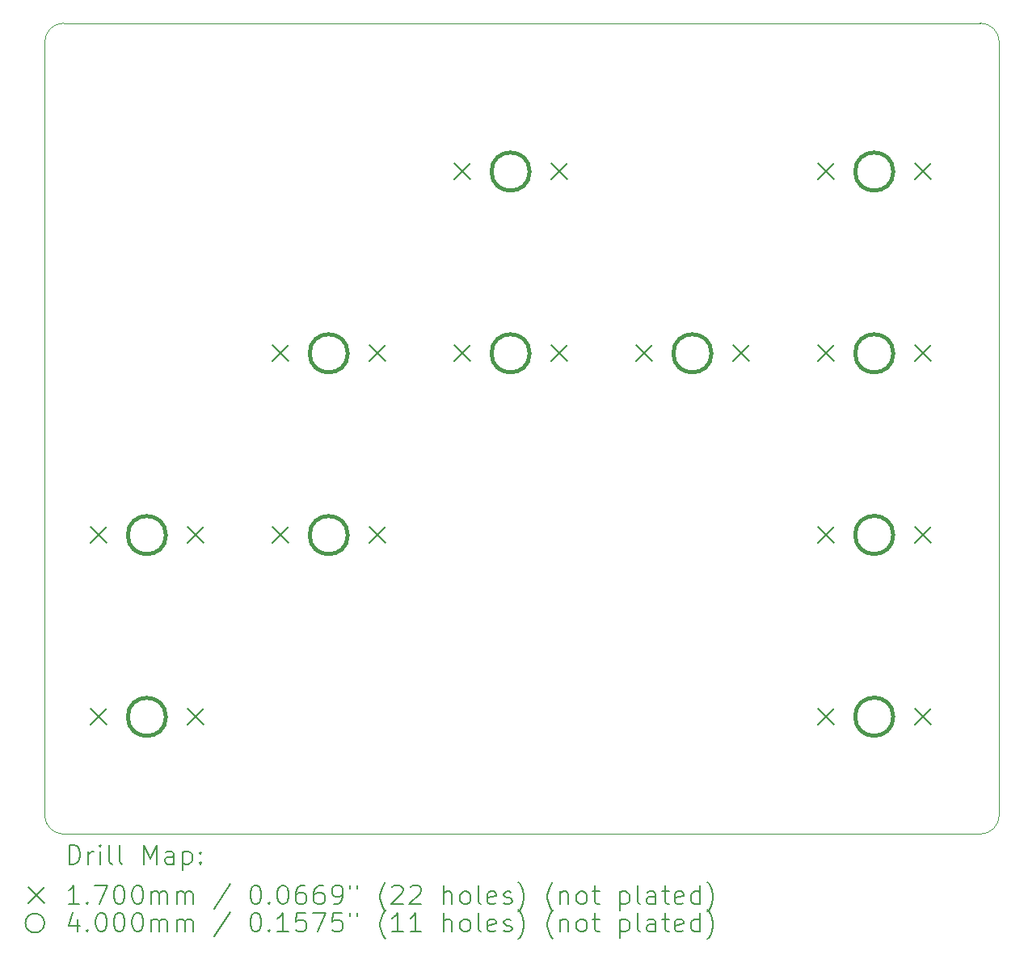
<source format=gbr>
%TF.GenerationSoftware,KiCad,Pcbnew,8.99.0-3401-ge9e4e7a3ff*%
%TF.CreationDate,2025-02-25T13:13:04+01:00*%
%TF.ProjectId,hackpad,6861636b-7061-4642-9e6b-696361645f70,rev?*%
%TF.SameCoordinates,Original*%
%TF.FileFunction,Drillmap*%
%TF.FilePolarity,Positive*%
%FSLAX45Y45*%
G04 Gerber Fmt 4.5, Leading zero omitted, Abs format (unit mm)*
G04 Created by KiCad (PCBNEW 8.99.0-3401-ge9e4e7a3ff) date 2025-02-25 13:13:04*
%MOMM*%
%LPD*%
G01*
G04 APERTURE LIST*
%ADD10C,0.050000*%
%ADD11C,0.200000*%
%ADD12C,0.170000*%
%ADD13C,0.400000*%
G04 APERTURE END LIST*
D10*
X13200000Y-11300000D02*
G75*
G02*
X13000000Y-11500000I-200000J0D01*
G01*
X13200000Y-11300000D02*
X13200000Y-3200000D01*
X13000000Y-3000000D02*
G75*
G02*
X13200000Y-3200000I0J-200000D01*
G01*
X3400000Y-3000000D02*
X13000000Y-3000000D01*
X3400000Y-11500000D02*
X13000000Y-11500000D01*
X3200000Y-3200000D02*
G75*
G02*
X3400000Y-3000000I200000J0D01*
G01*
X3400000Y-11500000D02*
G75*
G02*
X3200000Y-11300000I0J200000D01*
G01*
X3200000Y-3200000D02*
X3200000Y-11300000D01*
D11*
D12*
X3677375Y-8281125D02*
X3847375Y-8451125D01*
X3847375Y-8281125D02*
X3677375Y-8451125D01*
X3677375Y-10186125D02*
X3847375Y-10356125D01*
X3847375Y-10186125D02*
X3677375Y-10356125D01*
X4693375Y-8281125D02*
X4863375Y-8451125D01*
X4863375Y-8281125D02*
X4693375Y-8451125D01*
X4693375Y-10186125D02*
X4863375Y-10356125D01*
X4863375Y-10186125D02*
X4693375Y-10356125D01*
X5582375Y-6376125D02*
X5752375Y-6546125D01*
X5752375Y-6376125D02*
X5582375Y-6546125D01*
X5582375Y-8281125D02*
X5752375Y-8451125D01*
X5752375Y-8281125D02*
X5582375Y-8451125D01*
X6598375Y-6376125D02*
X6768375Y-6546125D01*
X6768375Y-6376125D02*
X6598375Y-6546125D01*
X6598375Y-8281125D02*
X6768375Y-8451125D01*
X6768375Y-8281125D02*
X6598375Y-8451125D01*
X7487375Y-4471125D02*
X7657375Y-4641125D01*
X7657375Y-4471125D02*
X7487375Y-4641125D01*
X7487375Y-6376125D02*
X7657375Y-6546125D01*
X7657375Y-6376125D02*
X7487375Y-6546125D01*
X8503375Y-4471125D02*
X8673375Y-4641125D01*
X8673375Y-4471125D02*
X8503375Y-4641125D01*
X8503375Y-6376125D02*
X8673375Y-6546125D01*
X8673375Y-6376125D02*
X8503375Y-6546125D01*
X9392375Y-6376125D02*
X9562375Y-6546125D01*
X9562375Y-6376125D02*
X9392375Y-6546125D01*
X10408375Y-6376125D02*
X10578375Y-6546125D01*
X10578375Y-6376125D02*
X10408375Y-6546125D01*
X11297000Y-8279250D02*
X11467000Y-8449250D01*
X11467000Y-8279250D02*
X11297000Y-8449250D01*
X11297000Y-10184250D02*
X11467000Y-10354250D01*
X11467000Y-10184250D02*
X11297000Y-10354250D01*
X11297375Y-4471125D02*
X11467375Y-4641125D01*
X11467375Y-4471125D02*
X11297375Y-4641125D01*
X11297375Y-6376125D02*
X11467375Y-6546125D01*
X11467375Y-6376125D02*
X11297375Y-6546125D01*
X12313000Y-8279250D02*
X12483000Y-8449250D01*
X12483000Y-8279250D02*
X12313000Y-8449250D01*
X12313000Y-10184250D02*
X12483000Y-10354250D01*
X12483000Y-10184250D02*
X12313000Y-10354250D01*
X12313375Y-4471125D02*
X12483375Y-4641125D01*
X12483375Y-4471125D02*
X12313375Y-4641125D01*
X12313375Y-6376125D02*
X12483375Y-6546125D01*
X12483375Y-6376125D02*
X12313375Y-6546125D01*
D13*
X4470375Y-8366125D02*
G75*
G02*
X4070375Y-8366125I-200000J0D01*
G01*
X4070375Y-8366125D02*
G75*
G02*
X4470375Y-8366125I200000J0D01*
G01*
X4470375Y-10271125D02*
G75*
G02*
X4070375Y-10271125I-200000J0D01*
G01*
X4070375Y-10271125D02*
G75*
G02*
X4470375Y-10271125I200000J0D01*
G01*
X6375375Y-6461125D02*
G75*
G02*
X5975375Y-6461125I-200000J0D01*
G01*
X5975375Y-6461125D02*
G75*
G02*
X6375375Y-6461125I200000J0D01*
G01*
X6375375Y-8366125D02*
G75*
G02*
X5975375Y-8366125I-200000J0D01*
G01*
X5975375Y-8366125D02*
G75*
G02*
X6375375Y-8366125I200000J0D01*
G01*
X8280375Y-4556125D02*
G75*
G02*
X7880375Y-4556125I-200000J0D01*
G01*
X7880375Y-4556125D02*
G75*
G02*
X8280375Y-4556125I200000J0D01*
G01*
X8280375Y-6461125D02*
G75*
G02*
X7880375Y-6461125I-200000J0D01*
G01*
X7880375Y-6461125D02*
G75*
G02*
X8280375Y-6461125I200000J0D01*
G01*
X10185375Y-6461125D02*
G75*
G02*
X9785375Y-6461125I-200000J0D01*
G01*
X9785375Y-6461125D02*
G75*
G02*
X10185375Y-6461125I200000J0D01*
G01*
X12090000Y-8364250D02*
G75*
G02*
X11690000Y-8364250I-200000J0D01*
G01*
X11690000Y-8364250D02*
G75*
G02*
X12090000Y-8364250I200000J0D01*
G01*
X12090000Y-10269250D02*
G75*
G02*
X11690000Y-10269250I-200000J0D01*
G01*
X11690000Y-10269250D02*
G75*
G02*
X12090000Y-10269250I200000J0D01*
G01*
X12090375Y-4556125D02*
G75*
G02*
X11690375Y-4556125I-200000J0D01*
G01*
X11690375Y-4556125D02*
G75*
G02*
X12090375Y-4556125I200000J0D01*
G01*
X12090375Y-6461125D02*
G75*
G02*
X11690375Y-6461125I-200000J0D01*
G01*
X11690375Y-6461125D02*
G75*
G02*
X12090375Y-6461125I200000J0D01*
G01*
D11*
X3458277Y-11813984D02*
X3458277Y-11613984D01*
X3458277Y-11613984D02*
X3505896Y-11613984D01*
X3505896Y-11613984D02*
X3534467Y-11623508D01*
X3534467Y-11623508D02*
X3553515Y-11642555D01*
X3553515Y-11642555D02*
X3563039Y-11661603D01*
X3563039Y-11661603D02*
X3572562Y-11699698D01*
X3572562Y-11699698D02*
X3572562Y-11728269D01*
X3572562Y-11728269D02*
X3563039Y-11766365D01*
X3563039Y-11766365D02*
X3553515Y-11785412D01*
X3553515Y-11785412D02*
X3534467Y-11804460D01*
X3534467Y-11804460D02*
X3505896Y-11813984D01*
X3505896Y-11813984D02*
X3458277Y-11813984D01*
X3658277Y-11813984D02*
X3658277Y-11680650D01*
X3658277Y-11718746D02*
X3667801Y-11699698D01*
X3667801Y-11699698D02*
X3677324Y-11690174D01*
X3677324Y-11690174D02*
X3696372Y-11680650D01*
X3696372Y-11680650D02*
X3715420Y-11680650D01*
X3782086Y-11813984D02*
X3782086Y-11680650D01*
X3782086Y-11613984D02*
X3772562Y-11623508D01*
X3772562Y-11623508D02*
X3782086Y-11633031D01*
X3782086Y-11633031D02*
X3791610Y-11623508D01*
X3791610Y-11623508D02*
X3782086Y-11613984D01*
X3782086Y-11613984D02*
X3782086Y-11633031D01*
X3905896Y-11813984D02*
X3886848Y-11804460D01*
X3886848Y-11804460D02*
X3877324Y-11785412D01*
X3877324Y-11785412D02*
X3877324Y-11613984D01*
X4010658Y-11813984D02*
X3991610Y-11804460D01*
X3991610Y-11804460D02*
X3982086Y-11785412D01*
X3982086Y-11785412D02*
X3982086Y-11613984D01*
X4239229Y-11813984D02*
X4239229Y-11613984D01*
X4239229Y-11613984D02*
X4305896Y-11756841D01*
X4305896Y-11756841D02*
X4372563Y-11613984D01*
X4372563Y-11613984D02*
X4372563Y-11813984D01*
X4553515Y-11813984D02*
X4553515Y-11709222D01*
X4553515Y-11709222D02*
X4543991Y-11690174D01*
X4543991Y-11690174D02*
X4524944Y-11680650D01*
X4524944Y-11680650D02*
X4486848Y-11680650D01*
X4486848Y-11680650D02*
X4467801Y-11690174D01*
X4553515Y-11804460D02*
X4534467Y-11813984D01*
X4534467Y-11813984D02*
X4486848Y-11813984D01*
X4486848Y-11813984D02*
X4467801Y-11804460D01*
X4467801Y-11804460D02*
X4458277Y-11785412D01*
X4458277Y-11785412D02*
X4458277Y-11766365D01*
X4458277Y-11766365D02*
X4467801Y-11747317D01*
X4467801Y-11747317D02*
X4486848Y-11737793D01*
X4486848Y-11737793D02*
X4534467Y-11737793D01*
X4534467Y-11737793D02*
X4553515Y-11728269D01*
X4648753Y-11680650D02*
X4648753Y-11880650D01*
X4648753Y-11690174D02*
X4667801Y-11680650D01*
X4667801Y-11680650D02*
X4705896Y-11680650D01*
X4705896Y-11680650D02*
X4724944Y-11690174D01*
X4724944Y-11690174D02*
X4734467Y-11699698D01*
X4734467Y-11699698D02*
X4743991Y-11718746D01*
X4743991Y-11718746D02*
X4743991Y-11775888D01*
X4743991Y-11775888D02*
X4734467Y-11794936D01*
X4734467Y-11794936D02*
X4724944Y-11804460D01*
X4724944Y-11804460D02*
X4705896Y-11813984D01*
X4705896Y-11813984D02*
X4667801Y-11813984D01*
X4667801Y-11813984D02*
X4648753Y-11804460D01*
X4829705Y-11794936D02*
X4839229Y-11804460D01*
X4839229Y-11804460D02*
X4829705Y-11813984D01*
X4829705Y-11813984D02*
X4820182Y-11804460D01*
X4820182Y-11804460D02*
X4829705Y-11794936D01*
X4829705Y-11794936D02*
X4829705Y-11813984D01*
X4829705Y-11690174D02*
X4839229Y-11699698D01*
X4839229Y-11699698D02*
X4829705Y-11709222D01*
X4829705Y-11709222D02*
X4820182Y-11699698D01*
X4820182Y-11699698D02*
X4829705Y-11690174D01*
X4829705Y-11690174D02*
X4829705Y-11709222D01*
D12*
X3027500Y-12057500D02*
X3197500Y-12227500D01*
X3197500Y-12057500D02*
X3027500Y-12227500D01*
D11*
X3563039Y-12233984D02*
X3448753Y-12233984D01*
X3505896Y-12233984D02*
X3505896Y-12033984D01*
X3505896Y-12033984D02*
X3486848Y-12062555D01*
X3486848Y-12062555D02*
X3467801Y-12081603D01*
X3467801Y-12081603D02*
X3448753Y-12091127D01*
X3648753Y-12214936D02*
X3658277Y-12224460D01*
X3658277Y-12224460D02*
X3648753Y-12233984D01*
X3648753Y-12233984D02*
X3639229Y-12224460D01*
X3639229Y-12224460D02*
X3648753Y-12214936D01*
X3648753Y-12214936D02*
X3648753Y-12233984D01*
X3724943Y-12033984D02*
X3858277Y-12033984D01*
X3858277Y-12033984D02*
X3772562Y-12233984D01*
X3972562Y-12033984D02*
X3991610Y-12033984D01*
X3991610Y-12033984D02*
X4010658Y-12043508D01*
X4010658Y-12043508D02*
X4020182Y-12053031D01*
X4020182Y-12053031D02*
X4029705Y-12072079D01*
X4029705Y-12072079D02*
X4039229Y-12110174D01*
X4039229Y-12110174D02*
X4039229Y-12157793D01*
X4039229Y-12157793D02*
X4029705Y-12195888D01*
X4029705Y-12195888D02*
X4020182Y-12214936D01*
X4020182Y-12214936D02*
X4010658Y-12224460D01*
X4010658Y-12224460D02*
X3991610Y-12233984D01*
X3991610Y-12233984D02*
X3972562Y-12233984D01*
X3972562Y-12233984D02*
X3953515Y-12224460D01*
X3953515Y-12224460D02*
X3943991Y-12214936D01*
X3943991Y-12214936D02*
X3934467Y-12195888D01*
X3934467Y-12195888D02*
X3924943Y-12157793D01*
X3924943Y-12157793D02*
X3924943Y-12110174D01*
X3924943Y-12110174D02*
X3934467Y-12072079D01*
X3934467Y-12072079D02*
X3943991Y-12053031D01*
X3943991Y-12053031D02*
X3953515Y-12043508D01*
X3953515Y-12043508D02*
X3972562Y-12033984D01*
X4163039Y-12033984D02*
X4182086Y-12033984D01*
X4182086Y-12033984D02*
X4201134Y-12043508D01*
X4201134Y-12043508D02*
X4210658Y-12053031D01*
X4210658Y-12053031D02*
X4220182Y-12072079D01*
X4220182Y-12072079D02*
X4229705Y-12110174D01*
X4229705Y-12110174D02*
X4229705Y-12157793D01*
X4229705Y-12157793D02*
X4220182Y-12195888D01*
X4220182Y-12195888D02*
X4210658Y-12214936D01*
X4210658Y-12214936D02*
X4201134Y-12224460D01*
X4201134Y-12224460D02*
X4182086Y-12233984D01*
X4182086Y-12233984D02*
X4163039Y-12233984D01*
X4163039Y-12233984D02*
X4143991Y-12224460D01*
X4143991Y-12224460D02*
X4134467Y-12214936D01*
X4134467Y-12214936D02*
X4124943Y-12195888D01*
X4124943Y-12195888D02*
X4115420Y-12157793D01*
X4115420Y-12157793D02*
X4115420Y-12110174D01*
X4115420Y-12110174D02*
X4124943Y-12072079D01*
X4124943Y-12072079D02*
X4134467Y-12053031D01*
X4134467Y-12053031D02*
X4143991Y-12043508D01*
X4143991Y-12043508D02*
X4163039Y-12033984D01*
X4315420Y-12233984D02*
X4315420Y-12100650D01*
X4315420Y-12119698D02*
X4324944Y-12110174D01*
X4324944Y-12110174D02*
X4343991Y-12100650D01*
X4343991Y-12100650D02*
X4372563Y-12100650D01*
X4372563Y-12100650D02*
X4391610Y-12110174D01*
X4391610Y-12110174D02*
X4401134Y-12129222D01*
X4401134Y-12129222D02*
X4401134Y-12233984D01*
X4401134Y-12129222D02*
X4410658Y-12110174D01*
X4410658Y-12110174D02*
X4429705Y-12100650D01*
X4429705Y-12100650D02*
X4458277Y-12100650D01*
X4458277Y-12100650D02*
X4477325Y-12110174D01*
X4477325Y-12110174D02*
X4486848Y-12129222D01*
X4486848Y-12129222D02*
X4486848Y-12233984D01*
X4582086Y-12233984D02*
X4582086Y-12100650D01*
X4582086Y-12119698D02*
X4591610Y-12110174D01*
X4591610Y-12110174D02*
X4610658Y-12100650D01*
X4610658Y-12100650D02*
X4639229Y-12100650D01*
X4639229Y-12100650D02*
X4658277Y-12110174D01*
X4658277Y-12110174D02*
X4667801Y-12129222D01*
X4667801Y-12129222D02*
X4667801Y-12233984D01*
X4667801Y-12129222D02*
X4677325Y-12110174D01*
X4677325Y-12110174D02*
X4696372Y-12100650D01*
X4696372Y-12100650D02*
X4724944Y-12100650D01*
X4724944Y-12100650D02*
X4743991Y-12110174D01*
X4743991Y-12110174D02*
X4753515Y-12129222D01*
X4753515Y-12129222D02*
X4753515Y-12233984D01*
X5143991Y-12024460D02*
X4972563Y-12281603D01*
X5401134Y-12033984D02*
X5420182Y-12033984D01*
X5420182Y-12033984D02*
X5439229Y-12043508D01*
X5439229Y-12043508D02*
X5448753Y-12053031D01*
X5448753Y-12053031D02*
X5458277Y-12072079D01*
X5458277Y-12072079D02*
X5467801Y-12110174D01*
X5467801Y-12110174D02*
X5467801Y-12157793D01*
X5467801Y-12157793D02*
X5458277Y-12195888D01*
X5458277Y-12195888D02*
X5448753Y-12214936D01*
X5448753Y-12214936D02*
X5439229Y-12224460D01*
X5439229Y-12224460D02*
X5420182Y-12233984D01*
X5420182Y-12233984D02*
X5401134Y-12233984D01*
X5401134Y-12233984D02*
X5382087Y-12224460D01*
X5382087Y-12224460D02*
X5372563Y-12214936D01*
X5372563Y-12214936D02*
X5363039Y-12195888D01*
X5363039Y-12195888D02*
X5353515Y-12157793D01*
X5353515Y-12157793D02*
X5353515Y-12110174D01*
X5353515Y-12110174D02*
X5363039Y-12072079D01*
X5363039Y-12072079D02*
X5372563Y-12053031D01*
X5372563Y-12053031D02*
X5382087Y-12043508D01*
X5382087Y-12043508D02*
X5401134Y-12033984D01*
X5553515Y-12214936D02*
X5563039Y-12224460D01*
X5563039Y-12224460D02*
X5553515Y-12233984D01*
X5553515Y-12233984D02*
X5543991Y-12224460D01*
X5543991Y-12224460D02*
X5553515Y-12214936D01*
X5553515Y-12214936D02*
X5553515Y-12233984D01*
X5686848Y-12033984D02*
X5705896Y-12033984D01*
X5705896Y-12033984D02*
X5724944Y-12043508D01*
X5724944Y-12043508D02*
X5734467Y-12053031D01*
X5734467Y-12053031D02*
X5743991Y-12072079D01*
X5743991Y-12072079D02*
X5753515Y-12110174D01*
X5753515Y-12110174D02*
X5753515Y-12157793D01*
X5753515Y-12157793D02*
X5743991Y-12195888D01*
X5743991Y-12195888D02*
X5734467Y-12214936D01*
X5734467Y-12214936D02*
X5724944Y-12224460D01*
X5724944Y-12224460D02*
X5705896Y-12233984D01*
X5705896Y-12233984D02*
X5686848Y-12233984D01*
X5686848Y-12233984D02*
X5667801Y-12224460D01*
X5667801Y-12224460D02*
X5658277Y-12214936D01*
X5658277Y-12214936D02*
X5648753Y-12195888D01*
X5648753Y-12195888D02*
X5639229Y-12157793D01*
X5639229Y-12157793D02*
X5639229Y-12110174D01*
X5639229Y-12110174D02*
X5648753Y-12072079D01*
X5648753Y-12072079D02*
X5658277Y-12053031D01*
X5658277Y-12053031D02*
X5667801Y-12043508D01*
X5667801Y-12043508D02*
X5686848Y-12033984D01*
X5924944Y-12033984D02*
X5886848Y-12033984D01*
X5886848Y-12033984D02*
X5867801Y-12043508D01*
X5867801Y-12043508D02*
X5858277Y-12053031D01*
X5858277Y-12053031D02*
X5839229Y-12081603D01*
X5839229Y-12081603D02*
X5829706Y-12119698D01*
X5829706Y-12119698D02*
X5829706Y-12195888D01*
X5829706Y-12195888D02*
X5839229Y-12214936D01*
X5839229Y-12214936D02*
X5848753Y-12224460D01*
X5848753Y-12224460D02*
X5867801Y-12233984D01*
X5867801Y-12233984D02*
X5905896Y-12233984D01*
X5905896Y-12233984D02*
X5924944Y-12224460D01*
X5924944Y-12224460D02*
X5934467Y-12214936D01*
X5934467Y-12214936D02*
X5943991Y-12195888D01*
X5943991Y-12195888D02*
X5943991Y-12148269D01*
X5943991Y-12148269D02*
X5934467Y-12129222D01*
X5934467Y-12129222D02*
X5924944Y-12119698D01*
X5924944Y-12119698D02*
X5905896Y-12110174D01*
X5905896Y-12110174D02*
X5867801Y-12110174D01*
X5867801Y-12110174D02*
X5848753Y-12119698D01*
X5848753Y-12119698D02*
X5839229Y-12129222D01*
X5839229Y-12129222D02*
X5829706Y-12148269D01*
X6115420Y-12033984D02*
X6077325Y-12033984D01*
X6077325Y-12033984D02*
X6058277Y-12043508D01*
X6058277Y-12043508D02*
X6048753Y-12053031D01*
X6048753Y-12053031D02*
X6029706Y-12081603D01*
X6029706Y-12081603D02*
X6020182Y-12119698D01*
X6020182Y-12119698D02*
X6020182Y-12195888D01*
X6020182Y-12195888D02*
X6029706Y-12214936D01*
X6029706Y-12214936D02*
X6039229Y-12224460D01*
X6039229Y-12224460D02*
X6058277Y-12233984D01*
X6058277Y-12233984D02*
X6096372Y-12233984D01*
X6096372Y-12233984D02*
X6115420Y-12224460D01*
X6115420Y-12224460D02*
X6124944Y-12214936D01*
X6124944Y-12214936D02*
X6134467Y-12195888D01*
X6134467Y-12195888D02*
X6134467Y-12148269D01*
X6134467Y-12148269D02*
X6124944Y-12129222D01*
X6124944Y-12129222D02*
X6115420Y-12119698D01*
X6115420Y-12119698D02*
X6096372Y-12110174D01*
X6096372Y-12110174D02*
X6058277Y-12110174D01*
X6058277Y-12110174D02*
X6039229Y-12119698D01*
X6039229Y-12119698D02*
X6029706Y-12129222D01*
X6029706Y-12129222D02*
X6020182Y-12148269D01*
X6229706Y-12233984D02*
X6267801Y-12233984D01*
X6267801Y-12233984D02*
X6286848Y-12224460D01*
X6286848Y-12224460D02*
X6296372Y-12214936D01*
X6296372Y-12214936D02*
X6315420Y-12186365D01*
X6315420Y-12186365D02*
X6324944Y-12148269D01*
X6324944Y-12148269D02*
X6324944Y-12072079D01*
X6324944Y-12072079D02*
X6315420Y-12053031D01*
X6315420Y-12053031D02*
X6305896Y-12043508D01*
X6305896Y-12043508D02*
X6286848Y-12033984D01*
X6286848Y-12033984D02*
X6248753Y-12033984D01*
X6248753Y-12033984D02*
X6229706Y-12043508D01*
X6229706Y-12043508D02*
X6220182Y-12053031D01*
X6220182Y-12053031D02*
X6210658Y-12072079D01*
X6210658Y-12072079D02*
X6210658Y-12119698D01*
X6210658Y-12119698D02*
X6220182Y-12138746D01*
X6220182Y-12138746D02*
X6229706Y-12148269D01*
X6229706Y-12148269D02*
X6248753Y-12157793D01*
X6248753Y-12157793D02*
X6286848Y-12157793D01*
X6286848Y-12157793D02*
X6305896Y-12148269D01*
X6305896Y-12148269D02*
X6315420Y-12138746D01*
X6315420Y-12138746D02*
X6324944Y-12119698D01*
X6401134Y-12033984D02*
X6401134Y-12072079D01*
X6477325Y-12033984D02*
X6477325Y-12072079D01*
X6772563Y-12310174D02*
X6763039Y-12300650D01*
X6763039Y-12300650D02*
X6743991Y-12272079D01*
X6743991Y-12272079D02*
X6734468Y-12253031D01*
X6734468Y-12253031D02*
X6724944Y-12224460D01*
X6724944Y-12224460D02*
X6715420Y-12176841D01*
X6715420Y-12176841D02*
X6715420Y-12138746D01*
X6715420Y-12138746D02*
X6724944Y-12091127D01*
X6724944Y-12091127D02*
X6734468Y-12062555D01*
X6734468Y-12062555D02*
X6743991Y-12043508D01*
X6743991Y-12043508D02*
X6763039Y-12014936D01*
X6763039Y-12014936D02*
X6772563Y-12005412D01*
X6839229Y-12053031D02*
X6848753Y-12043508D01*
X6848753Y-12043508D02*
X6867801Y-12033984D01*
X6867801Y-12033984D02*
X6915420Y-12033984D01*
X6915420Y-12033984D02*
X6934468Y-12043508D01*
X6934468Y-12043508D02*
X6943991Y-12053031D01*
X6943991Y-12053031D02*
X6953515Y-12072079D01*
X6953515Y-12072079D02*
X6953515Y-12091127D01*
X6953515Y-12091127D02*
X6943991Y-12119698D01*
X6943991Y-12119698D02*
X6829706Y-12233984D01*
X6829706Y-12233984D02*
X6953515Y-12233984D01*
X7029706Y-12053031D02*
X7039229Y-12043508D01*
X7039229Y-12043508D02*
X7058277Y-12033984D01*
X7058277Y-12033984D02*
X7105896Y-12033984D01*
X7105896Y-12033984D02*
X7124944Y-12043508D01*
X7124944Y-12043508D02*
X7134468Y-12053031D01*
X7134468Y-12053031D02*
X7143991Y-12072079D01*
X7143991Y-12072079D02*
X7143991Y-12091127D01*
X7143991Y-12091127D02*
X7134468Y-12119698D01*
X7134468Y-12119698D02*
X7020182Y-12233984D01*
X7020182Y-12233984D02*
X7143991Y-12233984D01*
X7382087Y-12233984D02*
X7382087Y-12033984D01*
X7467801Y-12233984D02*
X7467801Y-12129222D01*
X7467801Y-12129222D02*
X7458277Y-12110174D01*
X7458277Y-12110174D02*
X7439230Y-12100650D01*
X7439230Y-12100650D02*
X7410658Y-12100650D01*
X7410658Y-12100650D02*
X7391610Y-12110174D01*
X7391610Y-12110174D02*
X7382087Y-12119698D01*
X7591610Y-12233984D02*
X7572563Y-12224460D01*
X7572563Y-12224460D02*
X7563039Y-12214936D01*
X7563039Y-12214936D02*
X7553515Y-12195888D01*
X7553515Y-12195888D02*
X7553515Y-12138746D01*
X7553515Y-12138746D02*
X7563039Y-12119698D01*
X7563039Y-12119698D02*
X7572563Y-12110174D01*
X7572563Y-12110174D02*
X7591610Y-12100650D01*
X7591610Y-12100650D02*
X7620182Y-12100650D01*
X7620182Y-12100650D02*
X7639230Y-12110174D01*
X7639230Y-12110174D02*
X7648753Y-12119698D01*
X7648753Y-12119698D02*
X7658277Y-12138746D01*
X7658277Y-12138746D02*
X7658277Y-12195888D01*
X7658277Y-12195888D02*
X7648753Y-12214936D01*
X7648753Y-12214936D02*
X7639230Y-12224460D01*
X7639230Y-12224460D02*
X7620182Y-12233984D01*
X7620182Y-12233984D02*
X7591610Y-12233984D01*
X7772563Y-12233984D02*
X7753515Y-12224460D01*
X7753515Y-12224460D02*
X7743991Y-12205412D01*
X7743991Y-12205412D02*
X7743991Y-12033984D01*
X7924944Y-12224460D02*
X7905896Y-12233984D01*
X7905896Y-12233984D02*
X7867801Y-12233984D01*
X7867801Y-12233984D02*
X7848753Y-12224460D01*
X7848753Y-12224460D02*
X7839230Y-12205412D01*
X7839230Y-12205412D02*
X7839230Y-12129222D01*
X7839230Y-12129222D02*
X7848753Y-12110174D01*
X7848753Y-12110174D02*
X7867801Y-12100650D01*
X7867801Y-12100650D02*
X7905896Y-12100650D01*
X7905896Y-12100650D02*
X7924944Y-12110174D01*
X7924944Y-12110174D02*
X7934468Y-12129222D01*
X7934468Y-12129222D02*
X7934468Y-12148269D01*
X7934468Y-12148269D02*
X7839230Y-12167317D01*
X8010658Y-12224460D02*
X8029706Y-12233984D01*
X8029706Y-12233984D02*
X8067801Y-12233984D01*
X8067801Y-12233984D02*
X8086849Y-12224460D01*
X8086849Y-12224460D02*
X8096372Y-12205412D01*
X8096372Y-12205412D02*
X8096372Y-12195888D01*
X8096372Y-12195888D02*
X8086849Y-12176841D01*
X8086849Y-12176841D02*
X8067801Y-12167317D01*
X8067801Y-12167317D02*
X8039230Y-12167317D01*
X8039230Y-12167317D02*
X8020182Y-12157793D01*
X8020182Y-12157793D02*
X8010658Y-12138746D01*
X8010658Y-12138746D02*
X8010658Y-12129222D01*
X8010658Y-12129222D02*
X8020182Y-12110174D01*
X8020182Y-12110174D02*
X8039230Y-12100650D01*
X8039230Y-12100650D02*
X8067801Y-12100650D01*
X8067801Y-12100650D02*
X8086849Y-12110174D01*
X8163039Y-12310174D02*
X8172563Y-12300650D01*
X8172563Y-12300650D02*
X8191611Y-12272079D01*
X8191611Y-12272079D02*
X8201134Y-12253031D01*
X8201134Y-12253031D02*
X8210658Y-12224460D01*
X8210658Y-12224460D02*
X8220182Y-12176841D01*
X8220182Y-12176841D02*
X8220182Y-12138746D01*
X8220182Y-12138746D02*
X8210658Y-12091127D01*
X8210658Y-12091127D02*
X8201134Y-12062555D01*
X8201134Y-12062555D02*
X8191611Y-12043508D01*
X8191611Y-12043508D02*
X8172563Y-12014936D01*
X8172563Y-12014936D02*
X8163039Y-12005412D01*
X8524944Y-12310174D02*
X8515420Y-12300650D01*
X8515420Y-12300650D02*
X8496373Y-12272079D01*
X8496373Y-12272079D02*
X8486849Y-12253031D01*
X8486849Y-12253031D02*
X8477325Y-12224460D01*
X8477325Y-12224460D02*
X8467801Y-12176841D01*
X8467801Y-12176841D02*
X8467801Y-12138746D01*
X8467801Y-12138746D02*
X8477325Y-12091127D01*
X8477325Y-12091127D02*
X8486849Y-12062555D01*
X8486849Y-12062555D02*
X8496373Y-12043508D01*
X8496373Y-12043508D02*
X8515420Y-12014936D01*
X8515420Y-12014936D02*
X8524944Y-12005412D01*
X8601134Y-12100650D02*
X8601134Y-12233984D01*
X8601134Y-12119698D02*
X8610658Y-12110174D01*
X8610658Y-12110174D02*
X8629706Y-12100650D01*
X8629706Y-12100650D02*
X8658277Y-12100650D01*
X8658277Y-12100650D02*
X8677325Y-12110174D01*
X8677325Y-12110174D02*
X8686849Y-12129222D01*
X8686849Y-12129222D02*
X8686849Y-12233984D01*
X8810658Y-12233984D02*
X8791611Y-12224460D01*
X8791611Y-12224460D02*
X8782087Y-12214936D01*
X8782087Y-12214936D02*
X8772563Y-12195888D01*
X8772563Y-12195888D02*
X8772563Y-12138746D01*
X8772563Y-12138746D02*
X8782087Y-12119698D01*
X8782087Y-12119698D02*
X8791611Y-12110174D01*
X8791611Y-12110174D02*
X8810658Y-12100650D01*
X8810658Y-12100650D02*
X8839230Y-12100650D01*
X8839230Y-12100650D02*
X8858277Y-12110174D01*
X8858277Y-12110174D02*
X8867801Y-12119698D01*
X8867801Y-12119698D02*
X8877325Y-12138746D01*
X8877325Y-12138746D02*
X8877325Y-12195888D01*
X8877325Y-12195888D02*
X8867801Y-12214936D01*
X8867801Y-12214936D02*
X8858277Y-12224460D01*
X8858277Y-12224460D02*
X8839230Y-12233984D01*
X8839230Y-12233984D02*
X8810658Y-12233984D01*
X8934468Y-12100650D02*
X9010658Y-12100650D01*
X8963039Y-12033984D02*
X8963039Y-12205412D01*
X8963039Y-12205412D02*
X8972563Y-12224460D01*
X8972563Y-12224460D02*
X8991611Y-12233984D01*
X8991611Y-12233984D02*
X9010658Y-12233984D01*
X9229706Y-12100650D02*
X9229706Y-12300650D01*
X9229706Y-12110174D02*
X9248754Y-12100650D01*
X9248754Y-12100650D02*
X9286849Y-12100650D01*
X9286849Y-12100650D02*
X9305896Y-12110174D01*
X9305896Y-12110174D02*
X9315420Y-12119698D01*
X9315420Y-12119698D02*
X9324944Y-12138746D01*
X9324944Y-12138746D02*
X9324944Y-12195888D01*
X9324944Y-12195888D02*
X9315420Y-12214936D01*
X9315420Y-12214936D02*
X9305896Y-12224460D01*
X9305896Y-12224460D02*
X9286849Y-12233984D01*
X9286849Y-12233984D02*
X9248754Y-12233984D01*
X9248754Y-12233984D02*
X9229706Y-12224460D01*
X9439230Y-12233984D02*
X9420182Y-12224460D01*
X9420182Y-12224460D02*
X9410658Y-12205412D01*
X9410658Y-12205412D02*
X9410658Y-12033984D01*
X9601135Y-12233984D02*
X9601135Y-12129222D01*
X9601135Y-12129222D02*
X9591611Y-12110174D01*
X9591611Y-12110174D02*
X9572563Y-12100650D01*
X9572563Y-12100650D02*
X9534468Y-12100650D01*
X9534468Y-12100650D02*
X9515420Y-12110174D01*
X9601135Y-12224460D02*
X9582087Y-12233984D01*
X9582087Y-12233984D02*
X9534468Y-12233984D01*
X9534468Y-12233984D02*
X9515420Y-12224460D01*
X9515420Y-12224460D02*
X9505896Y-12205412D01*
X9505896Y-12205412D02*
X9505896Y-12186365D01*
X9505896Y-12186365D02*
X9515420Y-12167317D01*
X9515420Y-12167317D02*
X9534468Y-12157793D01*
X9534468Y-12157793D02*
X9582087Y-12157793D01*
X9582087Y-12157793D02*
X9601135Y-12148269D01*
X9667801Y-12100650D02*
X9743992Y-12100650D01*
X9696373Y-12033984D02*
X9696373Y-12205412D01*
X9696373Y-12205412D02*
X9705896Y-12224460D01*
X9705896Y-12224460D02*
X9724944Y-12233984D01*
X9724944Y-12233984D02*
X9743992Y-12233984D01*
X9886849Y-12224460D02*
X9867801Y-12233984D01*
X9867801Y-12233984D02*
X9829706Y-12233984D01*
X9829706Y-12233984D02*
X9810658Y-12224460D01*
X9810658Y-12224460D02*
X9801135Y-12205412D01*
X9801135Y-12205412D02*
X9801135Y-12129222D01*
X9801135Y-12129222D02*
X9810658Y-12110174D01*
X9810658Y-12110174D02*
X9829706Y-12100650D01*
X9829706Y-12100650D02*
X9867801Y-12100650D01*
X9867801Y-12100650D02*
X9886849Y-12110174D01*
X9886849Y-12110174D02*
X9896373Y-12129222D01*
X9896373Y-12129222D02*
X9896373Y-12148269D01*
X9896373Y-12148269D02*
X9801135Y-12167317D01*
X10067801Y-12233984D02*
X10067801Y-12033984D01*
X10067801Y-12224460D02*
X10048754Y-12233984D01*
X10048754Y-12233984D02*
X10010658Y-12233984D01*
X10010658Y-12233984D02*
X9991611Y-12224460D01*
X9991611Y-12224460D02*
X9982087Y-12214936D01*
X9982087Y-12214936D02*
X9972563Y-12195888D01*
X9972563Y-12195888D02*
X9972563Y-12138746D01*
X9972563Y-12138746D02*
X9982087Y-12119698D01*
X9982087Y-12119698D02*
X9991611Y-12110174D01*
X9991611Y-12110174D02*
X10010658Y-12100650D01*
X10010658Y-12100650D02*
X10048754Y-12100650D01*
X10048754Y-12100650D02*
X10067801Y-12110174D01*
X10143992Y-12310174D02*
X10153516Y-12300650D01*
X10153516Y-12300650D02*
X10172563Y-12272079D01*
X10172563Y-12272079D02*
X10182087Y-12253031D01*
X10182087Y-12253031D02*
X10191611Y-12224460D01*
X10191611Y-12224460D02*
X10201135Y-12176841D01*
X10201135Y-12176841D02*
X10201135Y-12138746D01*
X10201135Y-12138746D02*
X10191611Y-12091127D01*
X10191611Y-12091127D02*
X10182087Y-12062555D01*
X10182087Y-12062555D02*
X10172563Y-12043508D01*
X10172563Y-12043508D02*
X10153516Y-12014936D01*
X10153516Y-12014936D02*
X10143992Y-12005412D01*
X3197500Y-12432500D02*
G75*
G02*
X2997500Y-12432500I-100000J0D01*
G01*
X2997500Y-12432500D02*
G75*
G02*
X3197500Y-12432500I100000J0D01*
G01*
X3543991Y-12390650D02*
X3543991Y-12523984D01*
X3496372Y-12314460D02*
X3448753Y-12457317D01*
X3448753Y-12457317D02*
X3572562Y-12457317D01*
X3648753Y-12504936D02*
X3658277Y-12514460D01*
X3658277Y-12514460D02*
X3648753Y-12523984D01*
X3648753Y-12523984D02*
X3639229Y-12514460D01*
X3639229Y-12514460D02*
X3648753Y-12504936D01*
X3648753Y-12504936D02*
X3648753Y-12523984D01*
X3782086Y-12323984D02*
X3801134Y-12323984D01*
X3801134Y-12323984D02*
X3820182Y-12333508D01*
X3820182Y-12333508D02*
X3829705Y-12343031D01*
X3829705Y-12343031D02*
X3839229Y-12362079D01*
X3839229Y-12362079D02*
X3848753Y-12400174D01*
X3848753Y-12400174D02*
X3848753Y-12447793D01*
X3848753Y-12447793D02*
X3839229Y-12485888D01*
X3839229Y-12485888D02*
X3829705Y-12504936D01*
X3829705Y-12504936D02*
X3820182Y-12514460D01*
X3820182Y-12514460D02*
X3801134Y-12523984D01*
X3801134Y-12523984D02*
X3782086Y-12523984D01*
X3782086Y-12523984D02*
X3763039Y-12514460D01*
X3763039Y-12514460D02*
X3753515Y-12504936D01*
X3753515Y-12504936D02*
X3743991Y-12485888D01*
X3743991Y-12485888D02*
X3734467Y-12447793D01*
X3734467Y-12447793D02*
X3734467Y-12400174D01*
X3734467Y-12400174D02*
X3743991Y-12362079D01*
X3743991Y-12362079D02*
X3753515Y-12343031D01*
X3753515Y-12343031D02*
X3763039Y-12333508D01*
X3763039Y-12333508D02*
X3782086Y-12323984D01*
X3972562Y-12323984D02*
X3991610Y-12323984D01*
X3991610Y-12323984D02*
X4010658Y-12333508D01*
X4010658Y-12333508D02*
X4020182Y-12343031D01*
X4020182Y-12343031D02*
X4029705Y-12362079D01*
X4029705Y-12362079D02*
X4039229Y-12400174D01*
X4039229Y-12400174D02*
X4039229Y-12447793D01*
X4039229Y-12447793D02*
X4029705Y-12485888D01*
X4029705Y-12485888D02*
X4020182Y-12504936D01*
X4020182Y-12504936D02*
X4010658Y-12514460D01*
X4010658Y-12514460D02*
X3991610Y-12523984D01*
X3991610Y-12523984D02*
X3972562Y-12523984D01*
X3972562Y-12523984D02*
X3953515Y-12514460D01*
X3953515Y-12514460D02*
X3943991Y-12504936D01*
X3943991Y-12504936D02*
X3934467Y-12485888D01*
X3934467Y-12485888D02*
X3924943Y-12447793D01*
X3924943Y-12447793D02*
X3924943Y-12400174D01*
X3924943Y-12400174D02*
X3934467Y-12362079D01*
X3934467Y-12362079D02*
X3943991Y-12343031D01*
X3943991Y-12343031D02*
X3953515Y-12333508D01*
X3953515Y-12333508D02*
X3972562Y-12323984D01*
X4163039Y-12323984D02*
X4182086Y-12323984D01*
X4182086Y-12323984D02*
X4201134Y-12333508D01*
X4201134Y-12333508D02*
X4210658Y-12343031D01*
X4210658Y-12343031D02*
X4220182Y-12362079D01*
X4220182Y-12362079D02*
X4229705Y-12400174D01*
X4229705Y-12400174D02*
X4229705Y-12447793D01*
X4229705Y-12447793D02*
X4220182Y-12485888D01*
X4220182Y-12485888D02*
X4210658Y-12504936D01*
X4210658Y-12504936D02*
X4201134Y-12514460D01*
X4201134Y-12514460D02*
X4182086Y-12523984D01*
X4182086Y-12523984D02*
X4163039Y-12523984D01*
X4163039Y-12523984D02*
X4143991Y-12514460D01*
X4143991Y-12514460D02*
X4134467Y-12504936D01*
X4134467Y-12504936D02*
X4124943Y-12485888D01*
X4124943Y-12485888D02*
X4115420Y-12447793D01*
X4115420Y-12447793D02*
X4115420Y-12400174D01*
X4115420Y-12400174D02*
X4124943Y-12362079D01*
X4124943Y-12362079D02*
X4134467Y-12343031D01*
X4134467Y-12343031D02*
X4143991Y-12333508D01*
X4143991Y-12333508D02*
X4163039Y-12323984D01*
X4315420Y-12523984D02*
X4315420Y-12390650D01*
X4315420Y-12409698D02*
X4324944Y-12400174D01*
X4324944Y-12400174D02*
X4343991Y-12390650D01*
X4343991Y-12390650D02*
X4372563Y-12390650D01*
X4372563Y-12390650D02*
X4391610Y-12400174D01*
X4391610Y-12400174D02*
X4401134Y-12419222D01*
X4401134Y-12419222D02*
X4401134Y-12523984D01*
X4401134Y-12419222D02*
X4410658Y-12400174D01*
X4410658Y-12400174D02*
X4429705Y-12390650D01*
X4429705Y-12390650D02*
X4458277Y-12390650D01*
X4458277Y-12390650D02*
X4477325Y-12400174D01*
X4477325Y-12400174D02*
X4486848Y-12419222D01*
X4486848Y-12419222D02*
X4486848Y-12523984D01*
X4582086Y-12523984D02*
X4582086Y-12390650D01*
X4582086Y-12409698D02*
X4591610Y-12400174D01*
X4591610Y-12400174D02*
X4610658Y-12390650D01*
X4610658Y-12390650D02*
X4639229Y-12390650D01*
X4639229Y-12390650D02*
X4658277Y-12400174D01*
X4658277Y-12400174D02*
X4667801Y-12419222D01*
X4667801Y-12419222D02*
X4667801Y-12523984D01*
X4667801Y-12419222D02*
X4677325Y-12400174D01*
X4677325Y-12400174D02*
X4696372Y-12390650D01*
X4696372Y-12390650D02*
X4724944Y-12390650D01*
X4724944Y-12390650D02*
X4743991Y-12400174D01*
X4743991Y-12400174D02*
X4753515Y-12419222D01*
X4753515Y-12419222D02*
X4753515Y-12523984D01*
X5143991Y-12314460D02*
X4972563Y-12571603D01*
X5401134Y-12323984D02*
X5420182Y-12323984D01*
X5420182Y-12323984D02*
X5439229Y-12333508D01*
X5439229Y-12333508D02*
X5448753Y-12343031D01*
X5448753Y-12343031D02*
X5458277Y-12362079D01*
X5458277Y-12362079D02*
X5467801Y-12400174D01*
X5467801Y-12400174D02*
X5467801Y-12447793D01*
X5467801Y-12447793D02*
X5458277Y-12485888D01*
X5458277Y-12485888D02*
X5448753Y-12504936D01*
X5448753Y-12504936D02*
X5439229Y-12514460D01*
X5439229Y-12514460D02*
X5420182Y-12523984D01*
X5420182Y-12523984D02*
X5401134Y-12523984D01*
X5401134Y-12523984D02*
X5382087Y-12514460D01*
X5382087Y-12514460D02*
X5372563Y-12504936D01*
X5372563Y-12504936D02*
X5363039Y-12485888D01*
X5363039Y-12485888D02*
X5353515Y-12447793D01*
X5353515Y-12447793D02*
X5353515Y-12400174D01*
X5353515Y-12400174D02*
X5363039Y-12362079D01*
X5363039Y-12362079D02*
X5372563Y-12343031D01*
X5372563Y-12343031D02*
X5382087Y-12333508D01*
X5382087Y-12333508D02*
X5401134Y-12323984D01*
X5553515Y-12504936D02*
X5563039Y-12514460D01*
X5563039Y-12514460D02*
X5553515Y-12523984D01*
X5553515Y-12523984D02*
X5543991Y-12514460D01*
X5543991Y-12514460D02*
X5553515Y-12504936D01*
X5553515Y-12504936D02*
X5553515Y-12523984D01*
X5753515Y-12523984D02*
X5639229Y-12523984D01*
X5696372Y-12523984D02*
X5696372Y-12323984D01*
X5696372Y-12323984D02*
X5677325Y-12352555D01*
X5677325Y-12352555D02*
X5658277Y-12371603D01*
X5658277Y-12371603D02*
X5639229Y-12381127D01*
X5934467Y-12323984D02*
X5839229Y-12323984D01*
X5839229Y-12323984D02*
X5829706Y-12419222D01*
X5829706Y-12419222D02*
X5839229Y-12409698D01*
X5839229Y-12409698D02*
X5858277Y-12400174D01*
X5858277Y-12400174D02*
X5905896Y-12400174D01*
X5905896Y-12400174D02*
X5924944Y-12409698D01*
X5924944Y-12409698D02*
X5934467Y-12419222D01*
X5934467Y-12419222D02*
X5943991Y-12438269D01*
X5943991Y-12438269D02*
X5943991Y-12485888D01*
X5943991Y-12485888D02*
X5934467Y-12504936D01*
X5934467Y-12504936D02*
X5924944Y-12514460D01*
X5924944Y-12514460D02*
X5905896Y-12523984D01*
X5905896Y-12523984D02*
X5858277Y-12523984D01*
X5858277Y-12523984D02*
X5839229Y-12514460D01*
X5839229Y-12514460D02*
X5829706Y-12504936D01*
X6010658Y-12323984D02*
X6143991Y-12323984D01*
X6143991Y-12323984D02*
X6058277Y-12523984D01*
X6315420Y-12323984D02*
X6220182Y-12323984D01*
X6220182Y-12323984D02*
X6210658Y-12419222D01*
X6210658Y-12419222D02*
X6220182Y-12409698D01*
X6220182Y-12409698D02*
X6239229Y-12400174D01*
X6239229Y-12400174D02*
X6286848Y-12400174D01*
X6286848Y-12400174D02*
X6305896Y-12409698D01*
X6305896Y-12409698D02*
X6315420Y-12419222D01*
X6315420Y-12419222D02*
X6324944Y-12438269D01*
X6324944Y-12438269D02*
X6324944Y-12485888D01*
X6324944Y-12485888D02*
X6315420Y-12504936D01*
X6315420Y-12504936D02*
X6305896Y-12514460D01*
X6305896Y-12514460D02*
X6286848Y-12523984D01*
X6286848Y-12523984D02*
X6239229Y-12523984D01*
X6239229Y-12523984D02*
X6220182Y-12514460D01*
X6220182Y-12514460D02*
X6210658Y-12504936D01*
X6401134Y-12323984D02*
X6401134Y-12362079D01*
X6477325Y-12323984D02*
X6477325Y-12362079D01*
X6772563Y-12600174D02*
X6763039Y-12590650D01*
X6763039Y-12590650D02*
X6743991Y-12562079D01*
X6743991Y-12562079D02*
X6734468Y-12543031D01*
X6734468Y-12543031D02*
X6724944Y-12514460D01*
X6724944Y-12514460D02*
X6715420Y-12466841D01*
X6715420Y-12466841D02*
X6715420Y-12428746D01*
X6715420Y-12428746D02*
X6724944Y-12381127D01*
X6724944Y-12381127D02*
X6734468Y-12352555D01*
X6734468Y-12352555D02*
X6743991Y-12333508D01*
X6743991Y-12333508D02*
X6763039Y-12304936D01*
X6763039Y-12304936D02*
X6772563Y-12295412D01*
X6953515Y-12523984D02*
X6839229Y-12523984D01*
X6896372Y-12523984D02*
X6896372Y-12323984D01*
X6896372Y-12323984D02*
X6877325Y-12352555D01*
X6877325Y-12352555D02*
X6858277Y-12371603D01*
X6858277Y-12371603D02*
X6839229Y-12381127D01*
X7143991Y-12523984D02*
X7029706Y-12523984D01*
X7086848Y-12523984D02*
X7086848Y-12323984D01*
X7086848Y-12323984D02*
X7067801Y-12352555D01*
X7067801Y-12352555D02*
X7048753Y-12371603D01*
X7048753Y-12371603D02*
X7029706Y-12381127D01*
X7382087Y-12523984D02*
X7382087Y-12323984D01*
X7467801Y-12523984D02*
X7467801Y-12419222D01*
X7467801Y-12419222D02*
X7458277Y-12400174D01*
X7458277Y-12400174D02*
X7439230Y-12390650D01*
X7439230Y-12390650D02*
X7410658Y-12390650D01*
X7410658Y-12390650D02*
X7391610Y-12400174D01*
X7391610Y-12400174D02*
X7382087Y-12409698D01*
X7591610Y-12523984D02*
X7572563Y-12514460D01*
X7572563Y-12514460D02*
X7563039Y-12504936D01*
X7563039Y-12504936D02*
X7553515Y-12485888D01*
X7553515Y-12485888D02*
X7553515Y-12428746D01*
X7553515Y-12428746D02*
X7563039Y-12409698D01*
X7563039Y-12409698D02*
X7572563Y-12400174D01*
X7572563Y-12400174D02*
X7591610Y-12390650D01*
X7591610Y-12390650D02*
X7620182Y-12390650D01*
X7620182Y-12390650D02*
X7639230Y-12400174D01*
X7639230Y-12400174D02*
X7648753Y-12409698D01*
X7648753Y-12409698D02*
X7658277Y-12428746D01*
X7658277Y-12428746D02*
X7658277Y-12485888D01*
X7658277Y-12485888D02*
X7648753Y-12504936D01*
X7648753Y-12504936D02*
X7639230Y-12514460D01*
X7639230Y-12514460D02*
X7620182Y-12523984D01*
X7620182Y-12523984D02*
X7591610Y-12523984D01*
X7772563Y-12523984D02*
X7753515Y-12514460D01*
X7753515Y-12514460D02*
X7743991Y-12495412D01*
X7743991Y-12495412D02*
X7743991Y-12323984D01*
X7924944Y-12514460D02*
X7905896Y-12523984D01*
X7905896Y-12523984D02*
X7867801Y-12523984D01*
X7867801Y-12523984D02*
X7848753Y-12514460D01*
X7848753Y-12514460D02*
X7839230Y-12495412D01*
X7839230Y-12495412D02*
X7839230Y-12419222D01*
X7839230Y-12419222D02*
X7848753Y-12400174D01*
X7848753Y-12400174D02*
X7867801Y-12390650D01*
X7867801Y-12390650D02*
X7905896Y-12390650D01*
X7905896Y-12390650D02*
X7924944Y-12400174D01*
X7924944Y-12400174D02*
X7934468Y-12419222D01*
X7934468Y-12419222D02*
X7934468Y-12438269D01*
X7934468Y-12438269D02*
X7839230Y-12457317D01*
X8010658Y-12514460D02*
X8029706Y-12523984D01*
X8029706Y-12523984D02*
X8067801Y-12523984D01*
X8067801Y-12523984D02*
X8086849Y-12514460D01*
X8086849Y-12514460D02*
X8096372Y-12495412D01*
X8096372Y-12495412D02*
X8096372Y-12485888D01*
X8096372Y-12485888D02*
X8086849Y-12466841D01*
X8086849Y-12466841D02*
X8067801Y-12457317D01*
X8067801Y-12457317D02*
X8039230Y-12457317D01*
X8039230Y-12457317D02*
X8020182Y-12447793D01*
X8020182Y-12447793D02*
X8010658Y-12428746D01*
X8010658Y-12428746D02*
X8010658Y-12419222D01*
X8010658Y-12419222D02*
X8020182Y-12400174D01*
X8020182Y-12400174D02*
X8039230Y-12390650D01*
X8039230Y-12390650D02*
X8067801Y-12390650D01*
X8067801Y-12390650D02*
X8086849Y-12400174D01*
X8163039Y-12600174D02*
X8172563Y-12590650D01*
X8172563Y-12590650D02*
X8191611Y-12562079D01*
X8191611Y-12562079D02*
X8201134Y-12543031D01*
X8201134Y-12543031D02*
X8210658Y-12514460D01*
X8210658Y-12514460D02*
X8220182Y-12466841D01*
X8220182Y-12466841D02*
X8220182Y-12428746D01*
X8220182Y-12428746D02*
X8210658Y-12381127D01*
X8210658Y-12381127D02*
X8201134Y-12352555D01*
X8201134Y-12352555D02*
X8191611Y-12333508D01*
X8191611Y-12333508D02*
X8172563Y-12304936D01*
X8172563Y-12304936D02*
X8163039Y-12295412D01*
X8524944Y-12600174D02*
X8515420Y-12590650D01*
X8515420Y-12590650D02*
X8496373Y-12562079D01*
X8496373Y-12562079D02*
X8486849Y-12543031D01*
X8486849Y-12543031D02*
X8477325Y-12514460D01*
X8477325Y-12514460D02*
X8467801Y-12466841D01*
X8467801Y-12466841D02*
X8467801Y-12428746D01*
X8467801Y-12428746D02*
X8477325Y-12381127D01*
X8477325Y-12381127D02*
X8486849Y-12352555D01*
X8486849Y-12352555D02*
X8496373Y-12333508D01*
X8496373Y-12333508D02*
X8515420Y-12304936D01*
X8515420Y-12304936D02*
X8524944Y-12295412D01*
X8601134Y-12390650D02*
X8601134Y-12523984D01*
X8601134Y-12409698D02*
X8610658Y-12400174D01*
X8610658Y-12400174D02*
X8629706Y-12390650D01*
X8629706Y-12390650D02*
X8658277Y-12390650D01*
X8658277Y-12390650D02*
X8677325Y-12400174D01*
X8677325Y-12400174D02*
X8686849Y-12419222D01*
X8686849Y-12419222D02*
X8686849Y-12523984D01*
X8810658Y-12523984D02*
X8791611Y-12514460D01*
X8791611Y-12514460D02*
X8782087Y-12504936D01*
X8782087Y-12504936D02*
X8772563Y-12485888D01*
X8772563Y-12485888D02*
X8772563Y-12428746D01*
X8772563Y-12428746D02*
X8782087Y-12409698D01*
X8782087Y-12409698D02*
X8791611Y-12400174D01*
X8791611Y-12400174D02*
X8810658Y-12390650D01*
X8810658Y-12390650D02*
X8839230Y-12390650D01*
X8839230Y-12390650D02*
X8858277Y-12400174D01*
X8858277Y-12400174D02*
X8867801Y-12409698D01*
X8867801Y-12409698D02*
X8877325Y-12428746D01*
X8877325Y-12428746D02*
X8877325Y-12485888D01*
X8877325Y-12485888D02*
X8867801Y-12504936D01*
X8867801Y-12504936D02*
X8858277Y-12514460D01*
X8858277Y-12514460D02*
X8839230Y-12523984D01*
X8839230Y-12523984D02*
X8810658Y-12523984D01*
X8934468Y-12390650D02*
X9010658Y-12390650D01*
X8963039Y-12323984D02*
X8963039Y-12495412D01*
X8963039Y-12495412D02*
X8972563Y-12514460D01*
X8972563Y-12514460D02*
X8991611Y-12523984D01*
X8991611Y-12523984D02*
X9010658Y-12523984D01*
X9229706Y-12390650D02*
X9229706Y-12590650D01*
X9229706Y-12400174D02*
X9248754Y-12390650D01*
X9248754Y-12390650D02*
X9286849Y-12390650D01*
X9286849Y-12390650D02*
X9305896Y-12400174D01*
X9305896Y-12400174D02*
X9315420Y-12409698D01*
X9315420Y-12409698D02*
X9324944Y-12428746D01*
X9324944Y-12428746D02*
X9324944Y-12485888D01*
X9324944Y-12485888D02*
X9315420Y-12504936D01*
X9315420Y-12504936D02*
X9305896Y-12514460D01*
X9305896Y-12514460D02*
X9286849Y-12523984D01*
X9286849Y-12523984D02*
X9248754Y-12523984D01*
X9248754Y-12523984D02*
X9229706Y-12514460D01*
X9439230Y-12523984D02*
X9420182Y-12514460D01*
X9420182Y-12514460D02*
X9410658Y-12495412D01*
X9410658Y-12495412D02*
X9410658Y-12323984D01*
X9601135Y-12523984D02*
X9601135Y-12419222D01*
X9601135Y-12419222D02*
X9591611Y-12400174D01*
X9591611Y-12400174D02*
X9572563Y-12390650D01*
X9572563Y-12390650D02*
X9534468Y-12390650D01*
X9534468Y-12390650D02*
X9515420Y-12400174D01*
X9601135Y-12514460D02*
X9582087Y-12523984D01*
X9582087Y-12523984D02*
X9534468Y-12523984D01*
X9534468Y-12523984D02*
X9515420Y-12514460D01*
X9515420Y-12514460D02*
X9505896Y-12495412D01*
X9505896Y-12495412D02*
X9505896Y-12476365D01*
X9505896Y-12476365D02*
X9515420Y-12457317D01*
X9515420Y-12457317D02*
X9534468Y-12447793D01*
X9534468Y-12447793D02*
X9582087Y-12447793D01*
X9582087Y-12447793D02*
X9601135Y-12438269D01*
X9667801Y-12390650D02*
X9743992Y-12390650D01*
X9696373Y-12323984D02*
X9696373Y-12495412D01*
X9696373Y-12495412D02*
X9705896Y-12514460D01*
X9705896Y-12514460D02*
X9724944Y-12523984D01*
X9724944Y-12523984D02*
X9743992Y-12523984D01*
X9886849Y-12514460D02*
X9867801Y-12523984D01*
X9867801Y-12523984D02*
X9829706Y-12523984D01*
X9829706Y-12523984D02*
X9810658Y-12514460D01*
X9810658Y-12514460D02*
X9801135Y-12495412D01*
X9801135Y-12495412D02*
X9801135Y-12419222D01*
X9801135Y-12419222D02*
X9810658Y-12400174D01*
X9810658Y-12400174D02*
X9829706Y-12390650D01*
X9829706Y-12390650D02*
X9867801Y-12390650D01*
X9867801Y-12390650D02*
X9886849Y-12400174D01*
X9886849Y-12400174D02*
X9896373Y-12419222D01*
X9896373Y-12419222D02*
X9896373Y-12438269D01*
X9896373Y-12438269D02*
X9801135Y-12457317D01*
X10067801Y-12523984D02*
X10067801Y-12323984D01*
X10067801Y-12514460D02*
X10048754Y-12523984D01*
X10048754Y-12523984D02*
X10010658Y-12523984D01*
X10010658Y-12523984D02*
X9991611Y-12514460D01*
X9991611Y-12514460D02*
X9982087Y-12504936D01*
X9982087Y-12504936D02*
X9972563Y-12485888D01*
X9972563Y-12485888D02*
X9972563Y-12428746D01*
X9972563Y-12428746D02*
X9982087Y-12409698D01*
X9982087Y-12409698D02*
X9991611Y-12400174D01*
X9991611Y-12400174D02*
X10010658Y-12390650D01*
X10010658Y-12390650D02*
X10048754Y-12390650D01*
X10048754Y-12390650D02*
X10067801Y-12400174D01*
X10143992Y-12600174D02*
X10153516Y-12590650D01*
X10153516Y-12590650D02*
X10172563Y-12562079D01*
X10172563Y-12562079D02*
X10182087Y-12543031D01*
X10182087Y-12543031D02*
X10191611Y-12514460D01*
X10191611Y-12514460D02*
X10201135Y-12466841D01*
X10201135Y-12466841D02*
X10201135Y-12428746D01*
X10201135Y-12428746D02*
X10191611Y-12381127D01*
X10191611Y-12381127D02*
X10182087Y-12352555D01*
X10182087Y-12352555D02*
X10172563Y-12333508D01*
X10172563Y-12333508D02*
X10153516Y-12304936D01*
X10153516Y-12304936D02*
X10143992Y-12295412D01*
M02*

</source>
